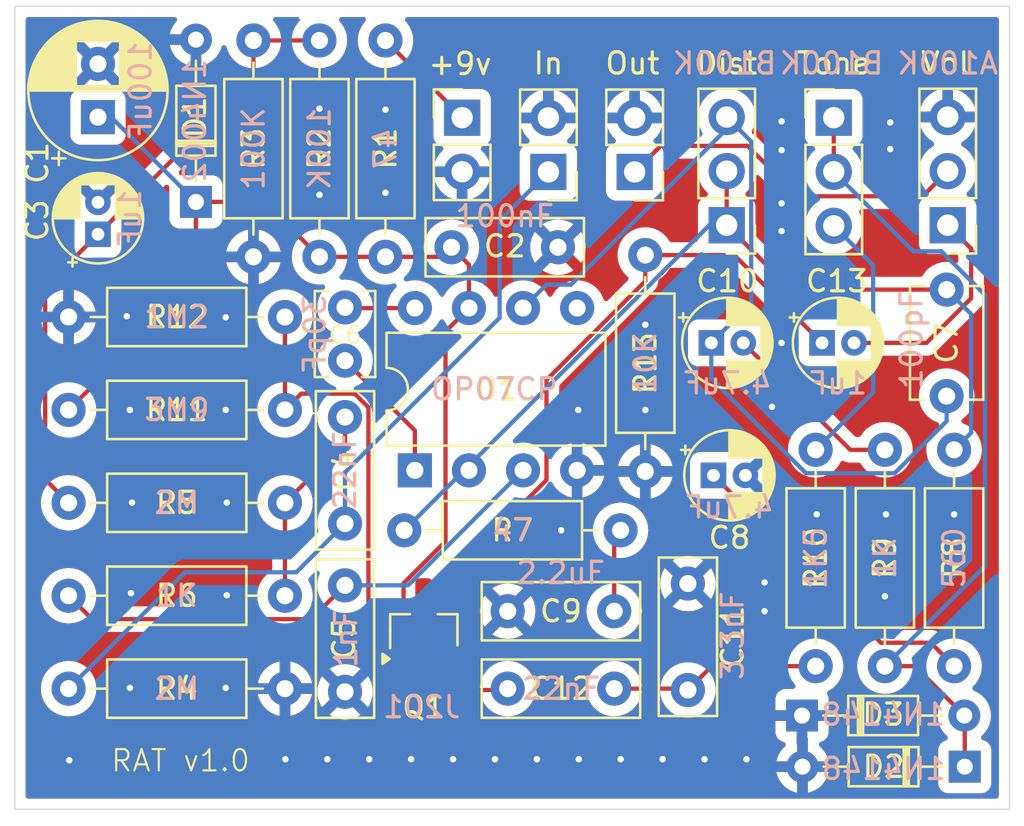
<source format=kicad_pcb>
(kicad_pcb (version 20240108) (generator "pcbnew") (generator_version "8.0")
  (layers (0 "F.Cu" signal) (31 "B.Cu" signal) (34 "B.Paste" user) (35 "F.Paste" user) (36 "B.SilkS" user "B.Silkscreen") (37 "F.SilkS" user "F.Silkscreen") (38 "B.Mask" user) (39 "F.Mask" user) (44 "Edge.Cuts" user))
  (net 0 "")
  (net 1 "9v")
  (net 2 "GND")
  (net 3 "4.5v")
  (net 4 "Net-(J2-Pin_1)")
  (net 5 "Net-(C4-Pad2)")
  (net 6 "Net-(U1-+)")
  (net 7 "Net-(C6-Pad1)")
  (net 8 "Net-(C6-Pad2)")
  (net 9 "Net-(U1--)")
  (net 10 "Net-(C10-Pad1)")
  (net 11 "Net-(C8-Pad1)")
  (net 12 "Net-(C9-Pad1)")
  (net 13 "Net-(C10-Pad2)")
  (net 14 "Tone")
  (net 15 "Net-(Q1-G)")
  (net 16 "Net-(Q1-S)")
  (net 17 "Net-(C13-Pad2)")
  (net 18 "Clipping")
  (net 19 "Net-(J1-Pin_1)")
  (net 20 "Net-(J3-Pin_1)")
  (net 21 "Net-(R10-Pad1)")
  (footprint "Connector_PinHeader_2.54mm:PinHeader_1x03_P2.54mm_Vertical" (layer "F.Cu") (at 99.75 50.325)
    (property "Reference" "RV2" (hide yes))
    (property "Value" "B100K" (at -0.1 -2.55 0) (layer "B.SilkS") (effects (justify mirror)))
    (property "Type" "Tone" (at 0 -2.55 0) (layer "F.SilkS"))
    (pad "1" thru_hole rect (at 0 0) (size 1.7 1.7) (drill 1) (layers "*.Cu" "*.Mask") (net 18 "Clipping"))
    (pad "2" thru_hole oval (at 0 2.54) (size 1.7 1.7) (drill 1) (layers "*.Cu" "*.Mask") (net 18 "Clipping"))
    (pad "3" thru_hole oval (at 0 5.08) (size 1.7 1.7) (drill 1) (layers "*.Cu" "*.Mask") (net 21 "Net-(R10-Pad1)"))
  )
  (footprint "Capacitor_THT:CP_Radial_D4.0mm_P1.50mm" (layer "F.Cu") (at 94.1 67.12)
    (property "Reference" "C8" (at 0.75 2.93 0) (layer "F.SilkS"))
    (property "Value" "4.7uF" (at 0.75 1.5 0) (layer "B.SilkS") (effects (justify mirror)))
    (pad "1" thru_hole rect (at 0 0) (size 1.2 1.2) (drill 0.6) (layers "*.Cu" "*.Mask") (net 11 "Net-(C8-Pad1)"))
    (pad "2" thru_hole circle (at 1.5 0) (size 1.2 1.2) (drill 0.6) (layers "*.Cu" "*.Mask") (net 2 "GND"))
  )
  (footprint "Package_TO_SOT_SMD:SOT-23_Handsoldering" (layer "F.Cu") (at 80.5 74.4 90)
    (property "Reference" "Q1" (at -3.6 0 180) (layer "F.SilkS"))
    (property "Value" "J201" (at -3.6 -0.1 180) (layer "B.SilkS") (effects (justify mirror)))
    (pad "1" smd roundrect (at -1.5 -0.95 90) (size 1.9 0.8) (layers "F.Cu" "F.Paste" "F.Mask") (net 1 "9v"))
    (pad "2" smd roundrect (at -1.5 0.95 90) (size 1.9 0.8) (layers "F.Cu" "F.Paste" "F.Mask") (net 16 "Net-(Q1-S)"))
    (pad "3" smd roundrect (at 1.5 0 90) (size 1.9 0.8) (layers "F.Cu" "F.Paste" "F.Mask") (net 15 "Net-(Q1-G)"))
  )
  (footprint "Package_DIP:DIP-8_W7.62mm" (layer "F.Cu") (at 80.08 66.885 90)
    (property "Reference" "U1" (at 3.81 3.84 180) (layer "F.SilkS"))
    (property "Value" "OP07CP" (at 3.81 3.74 0) (layer "B.SilkS"))
    (pad "1" thru_hole rect (at 0 0 90) (size 1.6 1.6) (drill 0.8) (layers "*.Cu" "*.Mask") (net 7 "Net-(C6-Pad1)"))
    (pad "2" thru_hole oval (at 0 2.54 90) (size 1.6 1.6) (drill 0.8) (layers "*.Cu" "*.Mask") (net 9 "Net-(U1--)"))
    (pad "3" thru_hole oval (at 0 5.08 90) (size 1.6 1.6) (drill 0.8) (layers "*.Cu" "*.Mask") (net 6 "Net-(U1-+)"))
    (pad "4" thru_hole oval (at 0 7.62 90) (size 1.6 1.6) (drill 0.8) (layers "*.Cu" "*.Mask") (net 2 "GND"))
    (pad "5" thru_hole oval (at 7.62 7.62 90) (size 1.6 1.6) (drill 0.8) (layers "*.Cu" "*.Mask"))
    (pad "6" thru_hole oval (at 7.62 5.08 90) (size 1.6 1.6) (drill 0.8) (layers "*.Cu" "*.Mask") (net 10 "Net-(C10-Pad1)"))
    (pad "7" thru_hole oval (at 7.62 2.54 90) (size 1.6 1.6) (drill 0.8) (layers "*.Cu" "*.Mask") (net 1 "9v"))
    (pad "8" thru_hole oval (at 7.62 0 90) (size 1.6 1.6) (drill 0.8) (layers "*.Cu" "*.Mask") (net 8 "Net-(C6-Pad2)"))
  )
  (footprint "Capacitor_THT:CP_Radial_D4.0mm_P1.50mm" (layer "F.Cu") (at 65.2 55.8 90)
    (property "Reference" "C3" (at 0.65 -2.85 90) (layer "F.SilkS"))
    (property "Value" "1uF" (at 0.75 1.5 90) (layer "B.SilkS") (effects (justify mirror)))
    (pad "1" thru_hole rect (at 0 0 90) (size 1.2 1.2) (drill 0.6) (layers "*.Cu" "*.Mask") (net 3 "4.5v"))
    (pad "2" thru_hole circle (at 1.5 0 90) (size 1.2 1.2) (drill 0.6) (layers "*.Cu" "*.Mask") (net 2 "GND"))
  )
  (footprint "Resistor_THT:R_Axial_DIN0207_L6.3mm_D2.5mm_P10.16mm_Horizontal" (layer "F.Cu") (at 73.98 59.685 180)
    (property "Reference" "R12" (at 5.08 0 0) (layer "F.SilkS"))
    (property "Value" "1M2" (at 5.08 0 0) (layer "B.SilkS"))
    (pad "1" thru_hole circle (at 0 0 180) (size 1.6 1.6) (drill 0.8) (layers "*.Cu" "*.Mask") (net 15 "Net-(Q1-G)"))
    (pad "2" thru_hole oval (at 10.16 0 180) (size 1.6 1.6) (drill 0.8) (layers "*.Cu" "*.Mask") (net 2 "GND"))
  )
  (footprint "Resistor_THT:R_Axial_DIN0207_L6.3mm_D2.5mm_P10.16mm_Horizontal" (layer "F.Cu") (at 73.98 72.7725 180)
    (property "Reference" "R6" (at 5.08 0 0) (layer "F.SilkS"))
    (property "Value" "1K" (at 5.08 0 0) (layer "B.SilkS"))
    (pad "1" thru_hole circle (at 0 0 180) (size 1.6 1.6) (drill 0.8) (layers "*.Cu" "*.Mask") (net 5 "Net-(C4-Pad2)"))
    (pad "2" thru_hole oval (at 10.16 0 180) (size 1.6 1.6) (drill 0.8) (layers "*.Cu" "*.Mask") (net 6 "Net-(U1-+)"))
  )
  (footprint "Connector_PinHeader_2.54mm:PinHeader_1x02_P2.54mm_Vertical" (layer "F.Cu") (at 82.3 50.325)
    (property "Reference" "J1" (hide yes))
    (property "Value" "+9v" (at -0.1 -2.525 180) (layer "F.SilkS"))
    (pad "1" thru_hole rect (at 0 0) (size 1.7 1.7) (drill 1) (layers "*.Cu" "*.Mask") (net 19 "Net-(J1-Pin_1)"))
    (pad "2" thru_hole oval (at 0 2.54) (size 1.7 1.7) (drill 1) (layers "*.Cu" "*.Mask") (net 2 "GND"))
  )
  (footprint "Diode_THT:D_DO-34_SOD68_P7.62mm_Horizontal" (layer "F.Cu") (at 69.8 54.28 90)
    (property "Reference" "D1" (at 3.965241 -0.05 90) (layer "F.SilkS"))
    (property "Value" "1N4002" (at 3.81 -0.05 90) (layer "B.SilkS") (effects (justify mirror)))
    (pad "1" thru_hole rect (at 0 0 90) (size 1.5 1.5) (drill 0.75) (layers "*.Cu" "*.Mask") (net 1 "9v"))
    (pad "2" thru_hole oval (at 7.62 0 90) (size 1.5 1.5) (drill 0.75) (layers "*.Cu" "*.Mask") (net 2 "GND"))
  )
  (footprint "Capacitor_THT:C_Rect_L7.2mm_W2.5mm_P5.00mm_FKS2_FKP2_MKS2_MKP2" (layer "F.Cu") (at 84.44 77.135)
    (property "Reference" "C12" (at 2.515241 0 0) (layer "F.SilkS"))
    (property "Value" "22nF" (at 2.515241 0 0) (layer "B.SilkS"))
    (pad "1" thru_hole circle (at 0 0) (size 1.6 1.6) (drill 0.8) (layers "*.Cu" "*.Mask") (net 15 "Net-(Q1-G)"))
    (pad "2" thru_hole circle (at 5 0) (size 1.6 1.6) (drill 0.8) (layers "*.Cu" "*.Mask") (net 14 "Tone"))
  )
  (footprint "Capacitor_THT:C_Rect_L7.2mm_W2.5mm_P5.00mm_FKS2_FKP2_MKS2_MKP2" (layer "F.Cu") (at 89.44 73.5 180)
    (property "Reference" "C9" (at 2.5 0 0) (layer "F.SilkS"))
    (property "Value" "2.2uF" (at 2.515241 1.8 0) (layer "B.SilkS"))
    (pad "1" thru_hole circle (at 0 0 180) (size 1.6 1.6) (drill 0.8) (layers "*.Cu" "*.Mask") (net 12 "Net-(C9-Pad1)"))
    (pad "2" thru_hole circle (at 5 0 180) (size 1.6 1.6) (drill 0.8) (layers "*.Cu" "*.Mask") (net 2 "GND"))
  )
  (footprint "Connector_PinHeader_2.54mm:PinHeader_1x02_P2.54mm_Vertical" (layer "F.Cu") (at 86.35 52.875 180)
    (property "Reference" "J2" (hide yes))
    (property "Value" "In" (at 0 5.1 0) (layer "F.SilkS"))
    (pad "1" thru_hole rect (at 0 0 180) (size 1.7 1.7) (drill 1) (layers "*.Cu" "*.Mask") (net 4 "Net-(J2-Pin_1)"))
    (pad "2" thru_hole oval (at 0 2.54 180) (size 1.7 1.7) (drill 1) (layers "*.Cu" "*.Mask") (net 2 "GND"))
  )
  (footprint "Capacitor_THT:C_Disc_D5.1mm_W3.2mm_P5.00mm" (layer "F.Cu") (at 105.05 63.4 90)
    (property "Reference" "C7" (at 2.5 0 90) (layer "F.SilkS"))
    (property "Value" "100pF" (at 2.65 -1.65 90) (layer "B.SilkS"))
    (pad "1" thru_hole circle (at 0 0 90) (size 1.6 1.6) (drill 0.8) (layers "*.Cu" "*.Mask") (net 10 "Net-(C10-Pad1)"))
    (pad "2" thru_hole circle (at 5 0 90) (size 1.6 1.6) (drill 0.8) (layers "*.Cu" "*.Mask") (net 9 "Net-(U1--)"))
  )
  (footprint "Capacitor_THT:C_Rect_L7.2mm_W2.5mm_P5.00mm_FKS2_FKP2_MKS2_MKP2" (layer "F.Cu") (at 81.8 56.41)
    (property "Reference" "C2" (at 2.5 -0.05 0) (layer "F.SilkS"))
    (property "Value" "100nF" (at 2.5 -1.46 0) (layer "B.SilkS"))
    (pad "1" thru_hole circle (at 0 0) (size 1.6 1.6) (drill 0.8) (layers "*.Cu" "*.Mask") (net 1 "9v"))
    (pad "2" thru_hole circle (at 5 0) (size 1.6 1.6) (drill 0.8) (layers "*.Cu" "*.Mask") (net 2 "GND"))
  )
  (footprint "Resistor_THT:R_Axial_DIN0207_L6.3mm_D2.5mm_P10.16mm_Horizontal" (layer "F.Cu") (at 90.9 56.775 -90)
    (property "Reference" "R13" (at 5.08 0 90) (layer "F.SilkS"))
    (property "Value" "10K" (at 5.08 0 90) (layer "B.SilkS"))
    (pad "1" thru_hole circle (at 0 0 270) (size 1.6 1.6) (drill 0.8) (layers "*.Cu" "*.Mask") (net 16 "Net-(Q1-S)"))
    (pad "2" thru_hole oval (at 10.16 0 270) (size 1.6 1.6) (drill 0.8) (layers "*.Cu" "*.Mask") (net 2 "GND"))
  )
  (footprint "Resistor_THT:R_Axial_DIN0207_L6.3mm_D2.5mm_P10.16mm_Horizontal" (layer "F.Cu") (at 63.82 77.135)
    (property "Reference" "R4" (at 5.08 0 0) (layer "F.SilkS"))
    (property "Value" "2M" (at 5.08 0 0) (layer "B.SilkS"))
    (pad "1" thru_hole circle (at 0 0) (size 1.6 1.6) (drill 0.8) (layers "*.Cu" "*.Mask") (net 4 "Net-(J2-Pin_1)"))
    (pad "2" thru_hole oval (at 10.16 0) (size 1.6 1.6) (drill 0.8) (layers "*.Cu" "*.Mask") (net 2 "GND"))
  )
  (footprint "Resistor_THT:R_Axial_DIN0207_L6.3mm_D2.5mm_P10.16mm_Horizontal" (layer "F.Cu") (at 75.6 56.86 90)
    (property "Reference" "R2" (at 5.08 0 90) (layer "F.SilkS"))
    (property "Value" "100K" (at 5.08 0 90) (layer "B.SilkS") (effects (justify mirror)))
    (pad "1" thru_hole circle (at 0 0 90) (size 1.6 1.6) (drill 0.8) (layers "*.Cu" "*.Mask") (net 1 "9v"))
    (pad "2" thru_hole oval (at 10.16 0 90) (size 1.6 1.6) (drill 0.8) (layers "*.Cu" "*.Mask") (net 3 "4.5v"))
  )
  (footprint "Capacitor_THT:CP_Radial_D4.0mm_P1.50mm" (layer "F.Cu") (at 99.2 60.9)
    (property "Reference" "C13" (at 0.7 -2.9 0) (layer "F.SilkS"))
    (property "Value" "1uF" (at 0.75 1.9 0) (layer "B.SilkS") (effects (justify mirror)))
    (pad "1" thru_hole rect (at 0 0) (size 1.2 1.2) (drill 0.6) (layers "*.Cu" "*.Mask") (net 16 "Net-(Q1-S)"))
    (pad "2" thru_hole circle (at 1.5 0) (size 1.2 1.2) (drill 0.6) (layers "*.Cu" "*.Mask") (net 17 "Net-(C13-Pad2)"))
  )
  (footprint "Connector_PinHeader_2.54mm:PinHeader_1x03_P2.54mm_Vertical" (layer "F.Cu") (at 94.722599 55.375 180)
    (property "Reference" "RV1" (hide yes))
    (property "Value" "B100K" (at 0.1 7.6 0) (layer "B.SilkS") (effects (justify mirror)))
    (property "Type" "Dist" (at 0 7.6 0) (layer "F.SilkS"))
    (pad "1" thru_hole rect (at 0 0 180) (size 1.7 1.7) (drill 1) (layers "*.Cu" "*.Mask") (net 9 "Net-(U1--)"))
    (pad "2" thru_hole oval (at 0 2.54 180) (size 1.7 1.7) (drill 1) (layers "*.Cu" "*.Mask") (net 9 "Net-(U1--)"))
    (pad "3" thru_hole oval (at 0 5.08 180) (size 1.7 1.7) (drill 1) (layers "*.Cu" "*.Mask") (net 10 "Net-(C10-Pad1)"))
  )
  (footprint "Capacitor_THT:CP_Radial_D6.3mm_P2.50mm" (layer "F.Cu") (at 65.2 50.3 90)
    (property "Reference" "C1" (at -2.15 -2.85 90) (layer "F.SilkS"))
    (property "Value" "100uF" (at 1.25 2 90) (layer "B.SilkS") (effects (justify mirror)))
    (pad "1" thru_hole rect (at 0 0 90) (size 1.6 1.6) (drill 0.8) (layers "*.Cu" "*.Mask") (net 1 "9v"))
    (pad "2" thru_hole circle (at 2.5 0 90) (size 1.6 1.6) (drill 0.8) (layers "*.Cu" "*.Mask") (net 2 "GND"))
  )
  (footprint "Resistor_THT:R_Axial_DIN0207_L6.3mm_D2.5mm_P10.16mm_Horizontal" (layer "F.Cu") (at 105.4 76.08 90)
    (property "Reference" "R8" (at 5.08 0 90) (layer "F.SilkS"))
    (property "Value" "560" (at 5.08 0 90) (layer "B.SilkS"))
    (pad "1" thru_hole circle (at 0 0 90) (size 1.6 1.6) (drill 0.8) (layers "*.Cu" "*.Mask") (net 11 "Net-(C8-Pad1)"))
    (pad "2" thru_hole oval (at 10.16 0 90) (size 1.6 1.6) (drill 0.8) (layers "*.Cu" "*.Mask") (net 9 "Net-(U1--)"))
  )
  (footprint "Capacitor_THT:C_Rect_L7.2mm_W2.5mm_P5.00mm_FKS2_FKP2_MKS2_MKP2" (layer "F.Cu") (at 76.8 72.285 -90)
    (property "Reference" "C5" (at 2.515241 0.05 90) (layer "F.SilkS"))
    (property "Value" "1nF" (at 2.5 -0.05 90) (layer "B.SilkS"))
    (pad "1" thru_hole circle (at 0 0 270) (size 1.6 1.6) (drill 0.8) (layers "*.Cu" "*.Mask") (net 6 "Net-(U1-+)"))
    (pad "2" thru_hole circle (at 5 0 270) (size 1.6 1.6) (drill 0.8) (layers "*.Cu" "*.Mask") (net 2 "GND"))
  )
  (footprint "Connector_PinHeader_2.54mm:PinHeader_1x03_P2.54mm_Vertical" (layer "F.Cu") (at 105.1 55.375 180)
    (property "Reference" "RV3" (hide yes))
    (property "Value" "A100K" (at 0 7.6 0) (layer "B.SilkS") (effects (justify mirror)))
    (property "Type" "Vol" (at 0.1 7.6 0) (layer "F.SilkS"))
    (pad "1" thru_hole rect (at 0 0 180) (size 1.7 1.7) (drill 1) (layers "*.Cu" "*.Mask") (net 17 "Net-(C13-Pad2)"))
    (pad "2" thru_hole oval (at 0 2.54 180) (size 1.7 1.7) (drill 1) (layers "*.Cu" "*.Mask") (net 20 "Net-(J3-Pin_1)"))
    (pad "3" thru_hole oval (at 0 5.08 180) (size 1.7 1.7) (drill 1) (layers "*.Cu" "*.Mask") (net 2 "GND"))
  )
  (footprint "Capacitor_THT:C_Disc_D3.8mm_W2.6mm_P2.50mm" (layer "F.Cu") (at 76.8 61.735 90)
    (property "Reference" "C6" (at 1.185 0 180) (layer "F.SilkS") (effects (font (size 0.8 0.8) (thickness 0.1))))
    (property "Value" "30pF" (at 1.25 -1.42 90) (layer "B.SilkS") (effects (justify mirror)))
    (pad "1" thru_hole circle (at 0 0 90) (size 1.6 1.6) (drill 0.8) (layers "*.Cu" "*.Mask") (net 7 "Net-(C6-Pad1)"))
    (pad "2" thru_hole circle (at 2.5 0 90) (size 1.6 1.6) (drill 0.8) (layers "*.Cu" "*.Mask") (net 8 "Net-(C6-Pad2)"))
  )
  (footprint "Resistor_THT:R_Axial_DIN0207_L6.3mm_D2.5mm_P10.16mm_Horizontal" (layer "F.Cu") (at 72.5 46.7 -90)
    (property "Reference" "R3" (at 5.08 0 90) (layer "F.SilkS"))
    (property "Value" "100K" (at 5.08 0 90) (layer "B.SilkS"))
    (pad "1" thru_hole circle (at 0 0 270) (size 1.6 1.6) (drill 0.8) (layers "*.Cu" "*.Mask") (net 3 "4.5v"))
    (pad "2" thru_hole oval (at 10.16 0 270) (size 1.6 1.6) (drill 0.8) (layers "*.Cu" "*.Mask") (net 2 "GND"))
  )
  (footprint "Capacitor_THT:C_Rect_L7.2mm_W2.5mm_P5.00mm_FKS2_FKP2_MKS2_MKP2" (layer "F.Cu") (at 76.8 69.385 90)
    (property "Reference" "C4" (at 2.5 0 90) (layer "F.SilkS"))
    (property "Value" "22nF" (at 2.5 0 90) (layer "B.SilkS"))
    (pad "1" thru_hole circle (at 0 0 90) (size 1.6 1.6) (drill 0.8) (layers "*.Cu" "*.Mask") (net 4 "Net-(J2-Pin_1)"))
    (pad "2" thru_hole circle (at 5 0 90) (size 1.6 1.6) (drill 0.8) (layers "*.Cu" "*.Mask") (net 5 "Net-(C4-Pad2)"))
  )
  (footprint "Diode_THT:D_DO-34_SOD68_P7.62mm_Horizontal" (layer "F.Cu") (at 98.26 78.4)
    (property "Reference" "D3" (at 3.81 -0.05 0) (layer "F.SilkS"))
    (property "Value" "1N4148" (at 3.81 -0.05 0) (layer "B.SilkS") (effects (justify mirror)))
    (pad "1" thru_hole rect (at 0 0) (size 1.5 1.5) (drill 0.75) (layers "*.Cu" "*.Mask") (net 2 "GND"))
    (pad "2" thru_hole oval (at 7.62 0) (size 1.5 1.5) (drill 0.75) (layers "*.Cu" "*.Mask") (net 18 "Clipping"))
  )
  (footprint "Capacitor_THT:CP_Radial_D4.0mm_P1.50mm" (layer "F.Cu") (at 94 60.9)
    (property "Reference" "C10" (at 0.75 -2.9 0) (layer "F.SilkS"))
    (property "Value" "4.7uF" (at 0.75 1.9 0) (layer "B.SilkS") (effects (justify mirror)))
    (pad "1" thru_hole rect (at 0 0) (size 1.2 1.2) (drill 0.6) (layers "*.Cu" "*.Mask") (net 10 "Net-(C10-Pad1)"))
    (pad "2" thru_hole circle (at 1.5 0) (size 1.2 1.2) (drill 0.6) (layers "*.Cu" "*.Mask") (net 13 "Net-(C10-Pad2)"))
  )
  (footprint "Diode_THT:D_DO-34_SOD68_P7.62mm_Horizontal" (layer "F.Cu") (at 105.9 80.8 180)
    (property "Reference" "D2" (at 3.81 0 0) (layer "F.SilkS"))
    (property "Value" "1N4148" (at 3.81 -0.1 0) (layer "B.SilkS") (effects (justify mirror)))
    (pad "1" thru_hole rect (at 0 0 180) (size 1.5 1.5) (drill 0.75) (layers "*.Cu" "*.Mask") (net 18 "Clipping"))
    (pad "2" thru_hole oval (at 7.62 0 180) (size 1.5 1.5) (drill 0.75) (layers "*.Cu" "*.Mask") (net 2 "GND"))
  )
  (footprint "Connector_PinHeader_2.54mm:PinHeader_1x02_P2.54mm_Vertical" (layer "F.Cu") (at 90.4 52.875 180)
    (property "Reference" "J3" (hide yes))
    (property "Value" "Out" (at 0.1 5.1 0) (layer "F.SilkS"))
    (pad "1" thru_hole rect (at 0 0 180) (size 1.7 1.7) (drill 1) (layers "*.Cu" "*.Mask") (net 20 "Net-(J3-Pin_1)"))
    (pad "2" thru_hole oval (at 0 2.54 180) (size 1.7 1.7) (drill 1) (layers "*.Cu" "*.Mask") (net 2 "GND"))
  )
  (footprint "Resistor_THT:R_Axial_DIN0207_L6.3mm_D2.5mm_P10.16mm_Horizontal" (layer "F.Cu") (at 89.74 69.7 180)
    (property "Reference" "R7" (at 5.08 0 0) (layer "F.SilkS"))
    (property "Value" "47" (at 5.08 0 0) (layer "B.SilkS"))
    (pad "1" thru_hole circle (at 0 0 180) (size 1.6 1.6) (drill 0.8) (layers "*.Cu" "*.Mask") (net 12 "Net-(C9-Pad1)"))
    (pad "2" thru_hole oval (at 10.16 0 180) (size 1.6 1.6) (drill 0.8) (layers "*.Cu" "*.Mask") (net 9 "Net-(U1--)"))
  )
  (footprint "Resistor_THT:R_Axial_DIN0207_L6.3mm_D2.5mm_P10.16mm_Horizontal" (layer "F.Cu") (at 78.7 46.7 -90)
    (property "Reference" "R1" (at 5.08 0 90) (layer "F.SilkS"))
    (property "Value" "47" (at 5.08 0 90) (layer "B.SilkS") (effects (justify mirror)))
    (pad "1" thru_hole circle (at 0 0 270) (size 1.6 1.6) (drill 0.8) (layers "*.Cu" "*.Mask") (net 19 "Net-(J1-Pin_1)"))
    (pad "2" thru_hole oval (at 10.16 0 270) (size 1.6 1.6) (drill 0.8) (layers "*.Cu" "*.Mask") (net 1 "9v"))
  )
  (footprint "Resistor_THT:R_Axial_DIN0207_L6.3mm_D2.5mm_P10.16mm_Horizontal" (layer "F.Cu") (at 102.15 65.92 -90)
    (property "Reference" "R9" (at 5.08 0 90) (layer "F.SilkS"))
    (property "Value" "1K" (at 5.08 0 90) (layer "B.SilkS"))
    (pad "1" thru_hole circle (at 0 0 270) (size 1.6 1.6) (drill 0.8) (layers "*.Cu" "*.Mask") (net 13 "Net-(C10-Pad2)"))
    (pad "2" thru_hole oval (at 10.16 0 270) (size 1.6 1.6) (drill 0.8) (layers "*.Cu" "*.Mask") (net 18 "Clipping"))
  )
  (footprint "Resistor_THT:R_Axial_DIN0207_L6.3mm_D2.5mm_P10.16mm_Horizontal" (layer "F.Cu") (at 63.82 68.41)
    (property "Reference" "R5" (at 5.08 0 0) (layer "F.SilkS"))
    (property "Value" "2M" (at 5.08 0 0) (layer "B.SilkS"))
    (pad "1" thru_hole circle (at 0 0) (size 1.6 1.6) (drill 0.8) (layers "*.Cu" "*.Mask") (net 3 "4.5v"))
    (pad "2" thru_hole oval (at 10.16 0) (size 1.6 1.6) (drill 0.8) (layers "*.Cu" "*.Mask") (net 5 "Net-(C4-Pad2)"))
  )
  (footprint "Resistor_THT:R_Axial_DIN0207_L6.3mm_D2.5mm_P10.16mm_Horizontal" (layer "F.Cu") (at 98.9 65.92 -90)
    (property "Reference" "R10" (at 5.08 0 90) (layer "F.SilkS"))
    (property "Value" "1K5" (at 5.08 0 90) (layer "B.SilkS"))
    (pad "1" thru_hole circle (at 0 0 270) (size 1.6 1.6) (drill 0.8) (layers "*.Cu" "*.Mask") (net 21 "Net-(R10-Pad1)"))
    (pad "2" thru_hole oval (at 10.16 0 270) (size 1.6 1.6) (drill 0.8) (layers "*.Cu" "*.Mask") (net 14 "Tone"))
  )
  (footprint "Resistor_THT:R_Axial_DIN0207_L6.3mm_D2.5mm_P10.16mm_Horizontal" (layer "F.Cu") (at 63.82 64.0475)
    (property "Reference" "R11" (at 5.08 0 0) (layer "F.SilkS"))
    (property "Value" "3M9" (at 5.08 0 0) (layer "B.SilkS"))
    (pad "1" thru_hole circle (at 0 0) (size 1.6 1.6) (drill 0.8) (layers "*.Cu" "*.Mask") (net 1 "9v"))
    (pad "2" thru_hole oval (at 10.16 0) (size 1.6 1.6) (drill 0.8) (layers "*.Cu" "*.Mask") (net 15 "Net-(Q1-G)"))
  )
  (footprint "Capacitor_THT:C_Rect_L7.2mm_W2.5mm_P5.00mm_FKS2_FKP2_MKS2_MKP2" (layer "F.Cu") (at 92.9 77.2 90)
    (property "Reference" "C11" (at 2.5 2.1 90) (layer "F.SilkS"))
    (property "Value" "3.3nF" (at 2.55 2.1 90) (layer "B.SilkS"))
    (pad "1" thru_hole circle (at 0 0 90) (size 1.6 1.6) (drill 0.8) (layers "*.Cu" "*.Mask") (net 14 "Tone"))
    (pad "2" thru_hole circle (at 5 0 90) (size 1.6 1.6) (drill 0.8) (layers "*.Cu" "*.Mask") (net 2 "GND"))
  )
  (gr_rect (start 61.3 45.1) (end 108 82.8) (stroke (width 0.05)) (fill none) (layer "Edge.Cuts"))
  (gr_text "RAT v1.0" (at 65.75 81.1 0) (layer "F.SilkS") (effects (font (size 1 1) (thickness 0.1)) (justify left bottom)))
  (segment (start 81.52 70.217352) (end 81.52 60.365) (width 0.2) (layer "F.Cu") (net 1))
  (segment (start 63.82 64.0475) (end 69.8 58.0675) (width 0.2) (layer "F.Cu") (net 1))
  (segment (start 81.35 56.86) (end 81.8 56.41) (width 0.2) (layer "F.Cu") (net 1))
  (segment (start 82.62 57.23) (end 81.8 56.41) (width 0.2) (layer "F.Cu") (net 1))
  (segment (start 79.55 75.9) (end 79.55 72.187352) (width 0.2) (layer "F.Cu") (net 1))
  (segment (start 79.55 72.187352) (end 81.52 70.217352) (width 0.2) (layer "F.Cu") (net 1))
  (segment (start 78.7 56.86) (end 81.35 56.86) (width 0.2) (layer "F.Cu") (net 1))
  (segment (start 73.02 54.28) (end 69.8 54.28) (width 0.2) (layer "F.Cu") (net 1))
  (segment (start 75.6 56.86) (end 73.02 54.28) (width 0.2) (layer "F.Cu") (net 1))
  (segment (start 81.52 60.365) (end 82.62 59.265) (width 0.2) (layer "F.Cu") (net 1))
  (segment (start 69.8 58.0675) (end 69.8 54.28) (width 0.2) (layer "F.Cu") (net 1))
  (segment (start 75.6 56.86) (end 78.7 56.86) (width 0.2) (layer "F.Cu") (net 1))
  (segment (start 82.62 59.265) (end 82.62 57.23) (width 0.2) (layer "F.Cu") (net 1))
  (segment (start 79.55 75.9) (end 79.5 75.9) (width 0.2) (layer "F.Cu") (net 1))
  (segment (start 65.82 50.3) (end 65.2 50.3) (width 0.2) (layer "B.Cu") (net 1))
  (segment (start 69.8 54.28) (end 65.82 50.3) (width 0.2) (layer "B.Cu") (net 1))
  (via (at 98.95 68.95) (size 0.6) (drill 0.3) (layers "F.Cu" "B.Cu") (net 2))
  (via (at 71.25 68.4) (size 0.6) (drill 0.3) (layers "F.Cu" "B.Cu") (net 2))
  (via (at 97.3 55.65) (size 0.6) (drill 0.3) (layers "F.Cu" "B.Cu") (net 2))
  (via (at 78.7 53.85) (size 0.6) (drill 0.3) (layers "F.Cu" "B.Cu") (net 2))
  (via (at 75.6 53.95) (size 0.6) (drill 0.3) (layers "F.Cu" "B.Cu") (net 2))
  (via (at 102.4 51.8) (size 0.6) (drill 0.3) (layers "F.Cu" "B.Cu") (net 2))
  (via (at 102.4 50.55) (size 0.6) (drill 0.3) (layers "F.Cu" "B.Cu") (net 2))
  (via (at 97.3 50.5) (size 0.6) (drill 0.3) (layers "F.Cu" "B.Cu") (net 2))
  (via (at 97.3 54.35) (size 0.6) (drill 0.3) (layers "F.Cu" "B.Cu") (net 2))
  (via (at 66.7 77.1) (size 0.6) (drill 0.3) (layers "F.Cu" "B.Cu") (net 2))
  (via (at 87.777267 80.45) (size 0.6) (drill 0.3) (layers "F.Cu" "B.Cu") (net 2))
  (via (at 71.2 64.05) (size 0.6) (drill 0.3) (layers "F.Cu" "B.Cu") (net 2))
  (via (at 83.840905 80.45) (size 0.6) (drill 0.3) (layers "F.Cu" "B.Cu") (net 2))
  (via (at 66.75 72.65) (size 0.6) (drill 0.3) (layers "F.Cu" "B.Cu") (net 2))
  (via (at 90.9 60.05) (size 0.6) (drill 0.3) (layers "F.Cu" "B.Cu") (net 2))
  (via (at 96.85 63.9) (size 0.6) (drill 0.3) (layers "F.Cu" "B.Cu") (net 2))
  (via (at 78.7 49.95) (size 0.6) (drill 0.3) (layers "F.Cu" "B.Cu") (net 2))
  (via (at 63.85 80.5) (size 0.6) (drill 0.3) (layers "F.Cu" "B.Cu") (net 2))
  (via (at 102.2 68.95) (size 0.6) (drill 0.3) (layers "F.Cu" "B.Cu") (net 2))
  (via (at 89.745448 80.45) (size 0.6) (drill 0.3) (layers "F.Cu" "B.Cu") (net 2))
  (via (at 77.936362 80.45) (size 0.6) (drill 0.3) (layers "F.Cu" "B.Cu") (net 2))
  (via (at 66.8 68.4) (size 0.6) (drill 0.3) (layers "F.Cu" "B.Cu") (net 2))
  (via (at 97.3 51.85) (size 0.6) (drill 0.3) (layers "F.Cu" "B.Cu") (net 2))
  (via (at 105.4 68.95) (size 0.6) (drill 0.3) (layers "F.Cu" "B.Cu") (net 2))
  (via (at 102.15 72.8) (size 0.6) (drill 0.3) (layers "F.Cu" "B.Cu") (net 2))
  (via (at 90.9 64.05) (size 0.6) (drill 0.3) (layers "F.Cu" "B.Cu") (net 2))
  (via (at 96.5 73.5) (size 0.6) (drill 0.3) (layers "F.Cu" "B.Cu") (net 2))
  (via (at 71.2 77.1) (size 0.6) (drill 0.3) (layers "F.Cu" "B.Cu") (net 2))
  (via (at 96.5 72.15) (size 0.6) (drill 0.3) (layers "F.Cu" "B.Cu") (net 2))
  (via (at 74 80.45) (size 0.6) (drill 0.3) (layers "F.Cu" "B.Cu") (net 2))
  (via (at 71.2 59.7) (size 0.6) (drill 0.3) (layers "F.Cu" "B.Cu") (net 2))
  (via (at 95.65 80.45) (size 0.6) (drill 0.3) (layers "F.Cu" "B.Cu") (net 2))
  (via (at 97.3 60.9) (size 0.6) (drill 0.3) (layers "F.Cu" "B.Cu") (net 2))
  (via (at 79.904543 80.45) (size 0.6) (drill 0.3) (layers "F.Cu" "B.Cu") (net 2))
  (via (at 87.75 64.05) (size 0.6) (drill 0.3) (layers "F.Cu" "B.Cu") (net 2))
  (via (at 93.68181 80.45) (size 0.6) (drill 0.3) (layers "F.Cu" "B.Cu") (net 2))
  (via (at 86.95 69.7) (size 0.6) (drill 0.3) (layers "F.Cu" "B.Cu") (net 2))
  (via (at 85.809086 80.45) (size 0.6) (drill 0.3) (layers "F.Cu" "B.Cu") (net 2))
  (via (at 81.872724 80.45) (size 0.6) (drill 0.3) (layers "F.Cu" "B.Cu") (net 2))
  (via (at 75.6 49.9) (size 0.6) (drill 0.3) (layers "F.Cu" "B.Cu") (net 2))
  (via (at 66.7 64.05) (size 0.6) (drill 0.3) (layers "F.Cu" "B.Cu") (net 2))
  (via (at 71.25 72.75) (size 0.6) (drill 0.3) (layers "F.Cu" "B.Cu") (net 2))
  (via (at 91.713629 80.45) (size 0.6) (drill 0.3) (layers "F.Cu" "B.Cu") (net 2))
  (via (at 66.55 59.65) (size 0.6) (drill 0.3) (layers "F.Cu" "B.Cu") (net 2))
  (via (at 75.968181 80.45) (size 0.6) (drill 0.3) (layers "F.Cu" "B.Cu") (net 2))
  (segment (start 62.72 58.28) (end 65.2 55.8) (width 0.2) (layer "F.Cu") (net 3))
  (segment (start 75.6 46.7) (end 72.5 46.7) (width 0.2) (layer "F.Cu") (net 3))
  (segment (start 62.72 67.31) (end 62.72 58.28) (width 0.2) (layer "F.Cu") (net 3))
  (segment (start 65.2 55.8) (end 72.5 48.5) (width 0.2) (layer "F.Cu") (net 3))
  (segment (start 63.82 68.41) (end 62.72 67.31) (width 0.2) (layer "F.Cu") (net 3))
  (segment (start 72.5 48.5) (end 72.5 46.7) (width 0.2) (layer "F.Cu") (net 3))
  (segment (start 69.2825 71.6725) (end 74.5125 71.6725) (width 0.2) (layer "B.Cu") (net 4))
  (segment (start 63.82 77.135) (end 69.2825 71.6725) (width 0.2) (layer "B.Cu") (net 4))
  (segment (start 76.8 69.385) (end 76.8 66.980635) (width 0.2) (layer "B.Cu") (net 4))
  (segment (start 74.5125 71.6725) (end 76.8 69.385) (width 0.2) (layer "B.Cu") (net 4))
  (segment (start 84.06 59.720635) (end 84.06 55.165) (width 0.2) (layer "B.Cu") (net 4))
  (segment (start 76.8 66.980635) (end 84.06 59.720635) (width 0.2) (layer "B.Cu") (net 4))
  (segment (start 84.06 55.165) (end 86.35 52.875) (width 0.2) (layer "B.Cu") (net 4))
  (segment (start 73.98 68.41) (end 73.98 72.7725) (width 0.2) (layer "F.Cu") (net 5))
  (segment (start 76.8 64.385) (end 76.8 65.59) (width 0.2) (layer "F.Cu") (net 5))
  (segment (start 76.8 65.59) (end 73.98 68.41) (width 0.2) (layer "F.Cu") (net 5))
  (segment (start 76.8 72.285) (end 75.2125 73.8725) (width 0.2) (layer "F.Cu") (net 6))
  (segment (start 75.2125 73.8725) (end 64.92 73.8725) (width 0.2) (layer "F.Cu") (net 6))
  (segment (start 64.92 73.8725) (end 63.82 72.7725) (width 0.2) (layer "F.Cu") (net 6))
  (segment (start 76.8 72.285) (end 79.76 72.285) (width 0.2) (layer "B.Cu") (net 6))
  (segment (start 79.76 72.285) (end 85.16 66.885) (width 0.2) (layer "B.Cu") (net 6))
  (segment (start 80.08 65.015) (end 76.8 61.735) (width 0.2) (layer "F.Cu") (net 7))
  (segment (start 80.08 66.885) (end 80.08 65.015) (width 0.2) (layer "F.Cu") (net 7))
  (segment (start 80.08 59.265) (end 76.83 59.265) (width 0.2) (layer "F.Cu") (net 8))
  (segment (start 76.83 59.265) (end 76.8 59.235) (width 0.2) (layer "F.Cu") (net 8))
  (segment (start 80.08 59.265) (end 79.835 59.265) (width 0.2) (layer "F.Cu") (net 8))
  (segment (start 79.835 59.265) (end 79.8 59.3) (width 0.2) (layer "F.Cu") (net 8))
  (segment (start 94.722599 55.375) (end 94.722599 52.835) (width 0.2) (layer "F.Cu") (net 9))
  (segment (start 94.722599 55.375) (end 97.747599 58.4) (width 0.2) (layer "F.Cu") (net 9))
  (segment (start 82.395 66.885) (end 82.62 66.885) (width 0.2) (layer "F.Cu") (net 9))
  (segment (start 97.747599 58.4) (end 105.05 58.4) (width 0.2) (layer "F.Cu") (net 9))
  (segment (start 106.199999 65.120001) (end 106.199999 59.549999) (width 0.2) (layer "B.Cu") (net 9))
  (segment (start 105.4 65.92) (end 106.199999 65.120001) (width 0.2) (layer "B.Cu") (net 9))
  (segment (start 106.199999 59.549999) (end 105.05 58.4) (width 0.2) (layer "B.Cu") (net 9))
  (segment (start 93.905 55.375) (end 94.722599 55.375) (width 0.2) (layer "B.Cu") (net 9))
  (segment (start 79.58 69.7) (end 93.905 55.375) (width 0.2) (layer "B.Cu") (net 9))
  (segment (start 105.05 64.575635) (end 102.605635 67.02) (width 0.2) (layer "B.Cu") (net 10))
  (segment (start 86.26 58.165) (end 87.41 58.165) (width 0.2) (layer "B.Cu") (net 10))
  (segment (start 102.605635 67.02) (end 98.444365 67.02) (width 0.2) (layer "B.Cu") (net 10))
  (segment (start 94 62.575635) (end 94 60.9) (width 0.2) (layer "B.Cu") (net 10))
  (segment (start 94.722599 50.852401) (end 94.722599 50.295) (width 0.2) (layer "B.Cu") (net 10))
  (segment (start 87.41 58.165) (end 94.722599 50.852401) (width 0.2) (layer "B.Cu") (net 10))
  (segment (start 95.872599 59.027401) (end 95.872599 51.445) (width 0.2) (layer "B.Cu") (net 10))
  (segment (start 98.444365 67.02) (end 94 62.575635) (width 0.2) (layer "B.Cu") (net 10))
  (segment (start 105.05 63.4) (end 105.05 64.575635) (width 0.2) (layer "B.Cu") (net 10))
  (segment (start 94 60.9) (end 95.872599 59.027401) (width 0.2) (layer "B.Cu") (net 10))
  (segment (start 95.872599 51.445) (end 94.722599 50.295) (width 0.2) (layer "B.Cu") (net 10))
  (segment (start 85.16 59.265) (end 86.26 58.165) (width 0.2) (layer "B.Cu") (net 10))
  (segment (start 101.96 74.98) (end 94.1 67.12) (width 0.2) (layer "F.Cu") (net 11))
  (segment (start 105.4 76.08) (end 104.3 74.98) (width 0.2) (layer "F.Cu") (net 11))
  (segment (start 104.3 74.98) (end 101.96 74.98) (width 0.2) (layer "F.Cu") (net 11))
  (segment (start 89.44 70) (end 89.74 69.7) (width 0.2) (layer "F.Cu") (net 12))
  (segment (start 89.44 73.5) (end 89.44 70) (width 0.2) (layer "F.Cu") (net 12))
  (segment (start 102.15 65.92) (end 100.52 65.92) (width 0.2) (layer "F.Cu") (net 13))
  (segment (start 100.52 65.92) (end 95.5 60.9) (width 0.2) (layer "F.Cu") (net 13))
  (segment (start 92.835 77.135) (end 92.9 77.2) (width 0.2) (layer "F.Cu") (net 14))
  (segment (start 89.44 77.135) (end 92.835 77.135) (width 0.2) (layer "F.Cu") (net 14))
  (segment (start 94.02 76.08) (end 92.9 77.2) (width 0.2) (layer "F.Cu") (net 14))
  (segment (start 98.9 76.08) (end 94.02 76.08) (width 0.2) (layer "F.Cu") (net 14))
  (segment (start 84.375 77.2) (end 84.44 77.135) (width 0.2) (layer "F.Cu") (net 15))
  (segment (start 80.5 76.612648) (end 81.087352 77.2) (width 0.2) (layer "F.Cu") (net 15))
  (segment (start 80.5 72.9) (end 80.5 76.612648) (width 0.2) (layer "F.Cu") (net 15))
  (segment (start 79.962648 77.15) (end 79.137352 77.15) (width 0.2) (layer "F.Cu") (net 15))
  (segment (start 81.087352 77.2) (end 84.375 77.2) (width 0.2) (layer "F.Cu") (net 15))
  (segment (start 73.98 59.685) (end 73.98 64.0475) (width 0.2) (layer "F.Cu") (net 15))
  (segment (start 80.5 76.612648) (end 79.962648 77.15) (width 0.2) (layer "F.Cu") (net 15))
  (segment (start 74.7425 63.285) (end 73.98 64.0475) (width 0.2) (layer "F.Cu") (net 15))
  (segment (start 77.255635 63.285) (end 74.7425 63.285) (width 0.2) (layer "F.Cu") (net 15))
  (segment (start 79.137352 77.15) (end 77.9 75.912648) (width 0.2) (layer "F.Cu") (net 15))
  (segment (start 77.9 75.912648) (end 77.9 63.929365) (width 0.2) (layer "F.Cu") (net 15))
  (segment (start 77.9 63.929365) (end 77.255635 63.285) (width 0.2) (layer "F.Cu") (net 15))
  (segment (start 95.075 56.775) (end 90.9 56.775) (width 0.2) (layer "F.Cu") (net 16))
  (segment (start 86.26 62.64) (end 90.9 58) (width 0.2) (layer "F.Cu") (net 16))
  (segment (start 81.45 75.9) (end 81.45 72.15) (width 0.2) (layer "F.Cu") (net 16))
  (segment (start 90.9 56.775) (end 90.9 58) (width 0.2) (layer "F.Cu") (net 16))
  (segment (start 81.45 72.15) (end 86.26 67.34) (width 0.2) (layer "F.Cu") (net 16))
  (segment (start 86.26 67.34) (end 86.26 62.64) (width 0.2) (layer "F.Cu") (net 16))
  (segment (start 99.2 60.9) (end 95.075 56.775) (width 0.2) (layer "F.Cu") (net 16))
  (segment (start 106.2 58.805635) (end 106.2 56.475) (width 0.2) (layer "F.Cu") (net 17))
  (segment (start 106.2 56.475) (end 105.1 55.375) (width 0.2) (layer "F.Cu") (net 17))
  (segment (start 104.105635 60.9) (end 106.2 58.805635) (width 0.2) (layer "F.Cu") (net 17))
  (segment (start 100.7 60.9) (end 104.105635 60.9) (width 0.2) (layer "F.Cu") (net 17))
  (segment (start 105.9 80.8) (end 105.9 78.42) (width 0.2) (layer "F.Cu") (net 18))
  (segment (start 105.9 78.42) (end 105.88 78.4) (width 0.2) (layer "F.Cu") (net 18))
  (segment (start 99.75 50.325) (end 99.75 52.865) (width 0.2) (layer "F.Cu") (net 18))
  (segment (start 103.56 76.08) (end 105.88 78.4) (width 0.2) (layer "F.Cu") (net 18))
  (segment (start 102.15 76.08) (end 103.56 76.08) (width 0.2) (layer "F.Cu") (net 18))
  (segment (start 104.805635 56.6) (end 103.485 56.6) (width 0.2) (layer "B.Cu") (net 18))
  (segment (start 106.85 58.644365) (end 104.805635 56.6) (width 0.2) (layer "B.Cu") (net 18))
  (segment (start 102.15 76.08) (end 106.85 71.38) (width 0.2) (layer "B.Cu") (net 18))
  (segment (start 106.85 71.38) (end 106.85 58.644365) (width 0.2) (layer "B.Cu") (net 18))
  (segment (start 103.485 56.6) (end 99.75 52.865) (width 0.2) (layer "B.Cu") (net 18))
  (segment (start 82.3 50.3) (end 82.3 50.325) (width 0.2) (layer "F.Cu") (net 19))
  (segment (start 78.7 46.7) (end 82.3 50.3) (width 0.2) (layer "F.Cu") (net 19))
  (segment (start 95.7 51.65) (end 91.625 51.65) (width 0.2) (layer "F.Cu") (net 20))
  (segment (start 91.625 51.65) (end 90.4 52.875) (width 0.2) (layer "F.Cu") (net 20))
  (segment (start 103.92 54.015) (end 98.065 54.015) (width 0.2) (layer "F.Cu") (net 20))
  (segment (start 105.1 52.835) (end 103.92 54.015) (width 0.2) (layer "F.Cu") (net 20))
  (segment (start 98.065 54.015) (end 95.7 51.65) (width 0.2) (layer "F.Cu") (net 20))
  (segment (start 99.75 55.405) (end 101.6 57.255) (width 0.2) (layer "B.Cu") (net 21))
  (segment (start 101.6 57.255) (end 101.6 63.22) (width 0.2) (layer "B.Cu") (net 21))
  (segment (start 101.6 63.22) (end 98.9 65.92) (width 0.2) (layer "B.Cu") (net 21))
  (zone (net 2) (net_name "GND") (layers "F&B.Cu") (connect_pads (clearance 0.5)) (min_thickness 0.25) (fill yes (thermal_gap 0.5) (thermal_bridge_width 0.5))
    (polygon (pts (xy 108.5 44.8) (xy 60.7 44.8) (xy 60.6 83.6) (xy 108.7 83.4)))
  )
)
</source>
